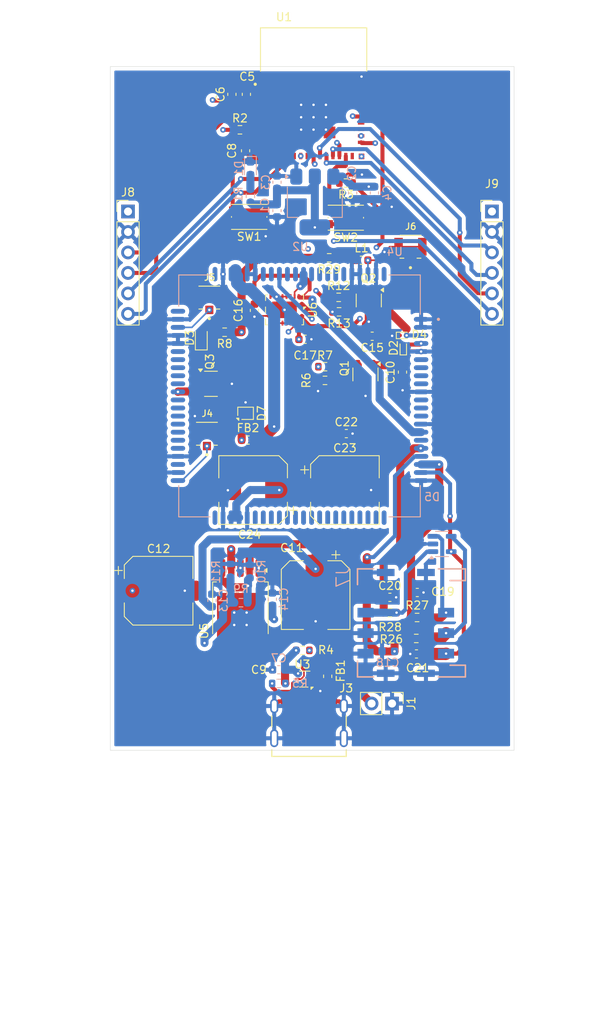
<source format=kicad_pcb>
(kicad_pcb (version 20241229) (generator "pcbnew") (generator_version "9.0")
  (layers (0 "F.Cu" signal) (4 "In1.Cu" power) (6 "In2.Cu" power) (2 "B.Cu" power) (13 "F.Paste" user) (15 "B.Paste" user) (5 "F.SilkS" user "F.Silkscreen") (7 "B.SilkS" user "B.Silkscreen") (1 "F.Mask" user) (3 "B.Mask" user) (25 "Edge.Cuts" user))
  (net 0 "")
  (net 1 "3V3")
  (net 2 "GND")
  (net 3 "/power/5V_VBUS")
  (net 4 "Net-(C7-Pad1)")
  (net 5 "/esp32c3/ESP_EN")
  (net 6 "D+")
  (net 7 "/sim7600/SIM_RESET")
  (net 8 "SIM_VBAT")
  (net 9 "/sim7600/PWR_KEY")
  (net 10 "/sim7600/VDD_1V8")
  (net 11 "/sim7600/USIM_RST")
  (net 12 "/sim7600/USIM_CLK")
  (net 13 "/sim7600/USIM_DATA")
  (net 14 "/sim7600/USIM_VDD")
  (net 15 "/sim7600/VBAT")
  (net 16 "Net-(D1-A)")
  (net 17 "Net-(D3-A)")
  (net 18 "Net-(D3-K)")
  (net 19 "Net-(J7-I{slash}O)")
  (net 20 "Net-(J7-CLK)")
  (net 21 "Net-(J7-RST)")
  (net 22 "Net-(J3-VBUS2)")
  (net 23 "/esp32c3/IO3")
  (net 24 "/esp32c3/IO2")
  (net 25 "/esp32c3/IO1")
  (net 26 "/esp32c3/IO0")
  (net 27 "/esp32c3/IO4")
  (net 28 "/esp32c3/IO7")
  (net 29 "/esp32c3/IO6")
  (net 30 "/esp32c3/IO5")
  (net 33 "Net-(J3-DP2)")
  (net 38 "Net-(J3-DN2)")
  (net 40 "/sim7600/MAIN_ANT")
  (net 41 "/sim7600/AUX_ANT")
  (net 42 "/sim7600/GNSS_ANT")
  (net 43 "Net-(L1-Pad2)")
  (net 44 "Net-(Q1-B)")
  (net 45 "Net-(Q2-B)")
  (net 46 "/sim7600/NETLIGHT")
  (net 47 "Net-(R3-Pad1)")
  (net 48 "D-")
  (net 49 "Net-(R5-Pad1)")
  (net 50 "ESP_SIM_RESET")
  (net 51 "Net-(U5-ADJ)")
  (net 52 "ESP_SIM_PWR")
  (net 53 "/esp32c3/ESP_BOOT")
  (net 55 "ESP_RX0")
  (net 60 "ESP_TX0")
  (net 109 "/sim7600/SIM_TX")
  (net 118 "/sim7600/SIM_RX")
  (footprint "Diode_SMD:D_SOD-923" (layer "F.Cu") (at 197.4875 66.555 90)
    (property "Reference" "D2")
    (property "Value" "ESD9B3.3ST5G")
  )
  (footprint "Capacitor_SMD:C_0603_1608Metric" (layer "F.Cu") (at 185.3 65.475)
    (property "Reference" "C17")
    (property "Value" "100nF")
  )
  (footprint "Inductor_SMD:L_0603_1608Metric" (layer "F.Cu") (at 188.1 107.2725 90)
    (property "Reference" "FB1")
    (property "Value" "FerriteBead")
  )
  (footprint "UFL connector:LINX_CONUFL001-SMD-T" (layer "F.Cu") (at 173.1 77.195)
    (property "Reference" "J4")
    (property "Value" "CONUFL001-SMD-T")
  )
  (footprint "Capacitor_SMD:C_0603_1608Metric" (layer "F.Cu") (at 190.4125 77.175)
    (property "Reference" "C22")
    (property "Value" "1uF")
  )
  (footprint "Package_TO_SOT_SMD:SOT-23-3" (layer "F.Cu") (at 192.7875 69.8375 -90)
    (property "Reference" "Q1")
    (property "Value" "NPN")
  )
  (footprint "Capacitor_SMD:CP_Elec_8x10" (layer "F.Cu") (at 167.1 96.66)
    (property "Reference" "C12")
    (property "Value" "330uF")
  )
  (footprint "Package_TO_SOT_SMD:SOT-23-3" (layer "F.Cu") (at 193.2 60.6625 -90)
    (property "Reference" "Q2")
    (property "Value" "NPN")
  )
  (footprint "Package_TO_SOT_SMD:SOT-886" (layer "F.Cu") (at 177.9 74.66 90)
    (property "Reference" "D7")
    (property "Value" "PESD3V3L4UF")
  )
  (footprint "Resistor_SMD:R_0603_1608Metric" (layer "F.Cu") (at 189.5125 62.075 180)
    (property "Reference" "R13")
    (property "Value" "47K")
  )
  (footprint "Capacitor_SMD:C_0603_1608Metric" (layer "F.Cu") (at 182.025 106.46 180)
    (property "Reference" "C9")
    (property "Value" "22uF")
  )
  (footprint "Resistor_SMD:R_0603_1608Metric" (layer "F.Cu") (at 189.4625 60.275)
    (property "Reference" "R12")
    (property "Value" "4K7")
  )
  (footprint "Capacitor_SMD:C_0603_1608Metric" (layer "F.Cu") (at 199.225 96.88)
    (property "Reference" "C19")
    (property "Value" "22pF")
  )
  (footprint "Capacitor_SMD:C_0603_1608Metric" (layer "F.Cu") (at 199.125 104.5)
    (property "Reference" "C21")
    (property "Value" "100nF")
  )
  (footprint "Resistor_SMD:R_0603_1608Metric" (layer "F.Cu") (at 195.825 99.38)
    (property "Reference" "R28")
    (property "Value" "22R")
  )
  (footprint "UFL connector:LINX_CONUFL001-SMD-T" (layer "F.Cu") (at 198.375 54)
    (property "Reference" "J6")
    (property "Value" "CONUFL001-SMD-T")
  )
  (footprint "Button_Switch_SMD:SW_Push_1P1T_NO_CK_KMR2" (layer "F.Cu") (at 178.35 50.3 180)
    (property "Reference" "SW1")
    (property "Value" "SW_Push")
  )
  (footprint "Resistor_SMD:R_0603_1608Metric" (layer "F.Cu") (at 175.3 64.6 180)
    (property "Reference" "R8")
    (property "Value" "1K")
  )
  (footprint "Capacitor_SMD:C_0603_1608Metric" (layer "F.Cu") (at 176.2 35.1 90)
    (property "Reference" "C6")
    (property "Value" "0.1uF")
  )
  (footprint "Capacitor_SMD:C_0603_1608Metric" (layer "F.Cu") (at 193.625 65.1 180)
    (property "Reference" "C15")
    (property "Value" "100nF")
  )
  (footprint "Resistor_SMD:R_0603_1608Metric" (layer "F.Cu") (at 199.1 102.58)
    (property "Reference" "R26")
    (property "Value" "22R")
  )
  (footprint "Resistor_SMD:R_0603_1608Metric" (layer "F.Cu") (at 185 104.06)
    (property "Reference" "R4")
    (property "Value" "0")
  )
  (footprint "Connector_PinHeader_2.54mm:PinHeader_1x06_P2.54mm_Vertical" (layer "F.Cu") (at 208.5 49.63)
    (property "Reference" "J9")
    (property "Value" "Conn_01x06_Pin")
  )
  (footprint "ESP32C3-MINI-1U-N4:XCVR_ESP32-C3-MINI-1-N4" (layer "F.Cu") (at 186.35 35.15)
    (property "Reference" "U1")
    (property "Value" "ESP32-C3-MINI-1-N4")
  )
  (footprint "UFL connector:LINX_CONUFL001-SMD-T" (layer "F.Cu") (at 173.4 60.3075)
    (property "Reference" "J5")
    (property "Value" "CONUFL001-SMD-T")
  )
  (footprint "Capacitor_SMD:C_0603_1608Metric" (layer "F.Cu") (at 177.9 42.1 -90)
    (property "Reference" "C8")
    (property "Value" "1uF")
  )
  (footprint "Resistor_SMD:R_0603_1608Metric" (layer "F.Cu") (at 187.7625 70.575 180)
    (property "Reference" "R6")
    (property "Value" "47K")
  )
  (footprint "Package_TO_SOT_SMD:TO-252-5_TabPin3" (layer "F.Cu") (at 177.26 98.88 -90)
    (property "Reference" "U5")
    (property "Value" "MIC29302AWD")
  )
  (footprint "Connector_PinHeader_2.54mm:PinHeader_1x02_P2.54mm_Vertical" (layer "F.Cu") (at 196.09 110.65 -90)
    (property "Reference" "J1")
    (property "Value" "Conn_01x02_Pin")
  )
  (footprint "Capacitor_SMD:CP_Elec_8x10" (layer "F.Cu") (at 190.2375 84.175)
    (property "Reference" "C23")
    (property "Value" "100uF")
  )
  (footprint "LED_SMD:LED_0603_1608Metric" (layer "F.Cu") (at 172.4 65.3125 90)
    (property "Reference" "D3")
    (property "Value" "LED")
  )
  (footprint "Package_TO_SOT_SMD:SOT-23-3" (layer "F.Cu") (at 173.6 71)
    (property "Reference" "Q3")
    (property "Value" "NPN")
  )
  (footprint "Resistor_SMD:R_0603_1608Metric" (layer "F.Cu") (at 199.2 99.98)
    (property "Reference" "R27")
    (property "Value" "22R")
  )
  (footprint "Capacitor_SMD:C_0603_1608Metric" (layer "F.Cu") (at 197.3875 69.55 -90)
    (property "Reference" "C10")
    (property "Value" "100nF")
  )
  (footprint "Inductor_SMD:L_0603_1608Metric" (layer "F.Cu") (at 192.3 55.675 180)
    (property "Reference" "L1")
    (property "Value" "47nH")
  )
  (footprint "USB_C:MOLEX_2171790001" (layer "F.Cu") (at 185.78 113.81)
    (property "Reference" "J3")
    (property "Value" "2171790001")
  )
  (footprint "Resistor_SMD:R_0603_1608Metric" (layer "F.Cu") (at 187.7625 68.875)
    (property "Reference" "R7")
    (property "Value" "4K7")
  )
  (footprint "Capacitor_SMD:C_0603_1608Metric" (layer "F.Cu") (at 179 61.9 -90)
    (property "Reference" "C16")
    (property "Value" "100nF")
  )
  (footprint "Capacitor_SMD:C_0603_1608Metric" (layer "F.Cu") (at 195.825 97.48)
    (property "Reference" "C20")
    (property "Value" "22pF")
  )
  (footprint "Capacitor_SMD:C_0603_1608Metric" (layer "F.Cu") (at 178 35.1 90)
    (property "Reference" "C5")
    (property "Value" "10uF")
  )
  (footprint "Resistor_SMD:R_0603_1608Metric" (layer "F.Cu") (at 177.2 39.5)
    (property "Reference" "R2")
    (property "Value" "10K")
  )
  (footprint "Capacitor_SMD:CP_Elec_8x10" (layer "F.Cu") (at 186.6 97.2025 -90)
    (property "Reference" "C11")
    (property "Value" "100uF")
  )
  (footprint "Package_TO_SOT_SMD:SOT-666" (layer "F.Cu") (at 185.25 107.6225 180)
    (property "Reference" "U3")
    (property "Value" "USBLC6-2P6")
  )
  (footprint "Resistor_SMD:R_0603_1608Metric" (layer "F.Cu") (at 188.2875 55.375 180)
    (property "Reference" "R29")
    (property "Value" "10R")
  )
  (footprint "Diode_SMD:D_SOD-923" (layer "F.Cu") (at 197.48 65)
    (property "Reference" "D4")
    (property "Value" "ESD9B3.3ST5G")
  )
  (footprint "Connector_PinHeader_2.54mm:PinHeader_1x06_P2.54mm_Vertical" (layer "F.Cu") (at 163.3 49.63)
    (property "Reference" "J8")
    (property "Value" "Conn_01x06_Pin")
  )
  (footprint "Button_Switch_SMD:SW_Push_1P1T_NO_CK_KMR2" (layer "F.Cu") (at 190.35 50.4 180)
    (property "Reference" "SW2")
    (property "Value" "SW_Push")
  )
  (footprint "Inductor_SMD:L_0603_1608Metric" (layer "F.Cu") (at 178.2 77.975 180)
    (property "Reference" "FB2")
    (property "Value" "BLM21PG300SN1D")
  )
  (footprint "Resistor_SMD:R_0603_1608Metric" (layer "F.Cu") (at 190.375 46.1 180)
    (property "Reference" "R3")
    (property "Value" "10K")
  )
  (footprint "Capacitor_SMD:CP_Elec_8x10" (layer "F.Cu") (at 178.8375 84.175 180)
    (property "Reference" "C24")
    (property "Value" "100uF")
  )
  (footprint "Package_DFN_QFN:Texas_RGY_R-PVQFN-N20_EP2.05x3.05mm" (layer "F.Cu") (at 182.7375 61.825 -90)
    (property "Reference" "U6")
    (property "Value" "TXB0108RGY")
  )
  (footprint "Resistor_SMD:R_0603_1608Metric" (layer "B.Cu") (at 182.025 108.16)
    (property "Reference" "R5")
    (property "Value" "0")
  )
  (footprint "Capacitor_SMD:C_0603_1608Metric" (layer "B.Cu") (at 181.22675 97.715 90)
    (property "Reference" "C14")
    (property "Value" "100nF")
  )
  (footprint "Capacitor_SMD:C_0603_1608Metric" (layer "B.Cu") (at 181.8 49.525 -90)
    (property "Reference" "C1")
    (property "Value" "22uF")
  )
  (footprint "Resistor_SMD:R_0603_1608Metric" (layer "B.Cu") (at 178.42675 94.265 90)
    (property "Reference" "R10")
    (property "Value" "47k")
  )
  (footprint "Capacitor_SMD:C_0603_1608Metric" (layer "B.Cu") (at 181.8 46 90)
    (property "Reference" "C3")
    (property "Value" "0.1uF")
  )
  (footprint "Package_TO_SOT_SMD:SOT-23-5" (layer "B.Cu") (at 202.3 90.8625)
    (property "Reference" "D5")
    (property "Value" "ESDA6V1SC5")
  )
  (footprint "Resistor_SMD:R_0603_1608Metric" (layer "B.Cu") (at 176.02675 94.165 90)
    (property "Reference" "R11")
    (property "Value" "470R")
  )
  (footprint "SIM7600E:XCVR_SIM7600E" (layer "B.Cu") (at 184.6 72.5 180)
    (property "Reference" "U4")
    (property "Value" "SIM7600E")
  )
  (footprint "Capacitor_SMD:C_0603_1608Metric" (layer "B.Cu") (at 182.025 106.46 180)
    (property "Reference" "C7")
    (property "Value" "22pF")
  )
  (footprint "SIM7050:GCT_SIM7050-6-0-00-X_REVC" (layer "B.Cu") (at 197.8 100.65 90)
    (property "Reference" "J7")
    (property "Value" "SIM7050-6-0-00-X_REVC")
  )
  (footprint "Capacitor_SMD:C_0603_1608Metric" (layer "B.Cu") (at 191.2 47.325 -90)
    (property "Reference" "C2")
    (property "Value" "22uF")
  )
  (footprint "Resistor_SMD:R_0603_1608Metric" (layer "B.Cu") (at 178.5 47.675 90)
    (property "Reference" "R1")
    (property "Value" "1k")
  )
  (footprint "Capacitor_SMD:C_0603_1608Metric" (layer "B.Cu") (at 173.72675 97.865 90)
    (property "Reference" "C13")
    (property "Value" "1uF")
  )
  (footprint "Capacitor_SMD:C_0603_1608Metric" (layer "B.Cu") (at 195.625 104.18 180)
    (property "Reference" "C18")
    (property "Value" "22pF")
  )
  (footprint "Package_TO_SOT_SMD:SOT-223-3_TabPin2" (layer "B.Cu") (at 186.5 48.45 -90)
    (property "Reference" "U2")
    (property "Value" "AMS1117-3.3")
  )
  (footprint "Capacitor_SMD:C_0603_1608Metric" (layer "B.Cu") (at 193.9 47.325 -90)
    (property "Reference" "C4")
    (property "Value" "0.1uF")
  )
  (footprint "Resistor_SMD:R_0603_1608Metric" (layer "B.Cu") (at 177.32675 98.14)
    (property "Reference" "R9")
    (property "Value" "100K")
  )
  (footprint "LED_SMD:LED_0603_1608Metric" (layer "B.Cu") (at 178.5 44.2875 -90)
    (property "Reference" "D1")
    (property "Value" "LED")
  )
  (gr_rect (start 161.1 31.65) (end 211.25 116.45) (stroke (width 0.05)) (fill no) (layer "Edge.Cuts"))
  (segment (start 179.125 35.875) (end 179.55 35.45) (width 0.5) (layer "F.Cu") (net 1))
  (segment (start 184.4875 64.1875) (end 184.5 64.2) (width 0.2) (layer "F.Cu") (net 1))
  (segment (start 176.2 35.875) (end 173.875 35.875) (width 0.5) (layer "F.Cu") (net 1))
  (segment (start 179.55 35.45) (end 180.45 35.45) (width 0.5) (layer "F.Cu") (net 1))
  (segment (start 184.525 64.225) (end 184.525 65.475) (width 0.5) (layer "F.Cu") (net 1))
  (segment (start 176.375 39.5) (end 175.1 39.5) (width 0.5) (layer "F.Cu") (net 1))
  (segment (start 184.5 64.2) (end 184.525 64.225) (width 0.5) (layer "F.Cu") (net 1))
  (segment (start 178 35.875) (end 179.125 35.875) (width 0.5) (layer "F.Cu") (net 1))
  (segment (start 176.2 35.875) (end 178 35.875) (width 0.5) (layer "F.Cu") (net 1))
  (segment (start 184.4875 63.475) (end 184.4875 64.1875) (width 0.2) (layer "F.Cu") (net 1))
  (segment (start 173.875 35.875) (end 173.8 35.8) (width 0.5) (layer "F.Cu") (net 1))
  (via (at 184.525 65.475) (size 0.7) (drill 0.3) (layers "F.Cu" "B.Cu") (net 1))
  (via (at 175.1 39.5) (size 0.7) (drill 0.3) (layers "F.Cu" "B.Cu") (net 1))
  (via (at 186.5 51.6) (size 0.7) (drill 0.3) (layers "F.Cu" "B.Cu") (net 1))
  (via (at 173.8 35.8) (size 0.7) (drill 0.3) (layers "F.Cu" "B.Cu") (net 1))
  (segment (start 185.799 47.001) (end 182.026 47.001) (width 1) (layer "B.Cu") (net 1))
  (segment (start 186.5 46.3) (end 185.799 47.001) (width 1) (layer "B.Cu") (net 1))
  (segment (start 182.026 47.001) (end 181.8 46.775) (width 1) (layer "B.Cu") (net 1))
  (segment (start 178.75 48.75) (end 178.5 48.5) (width 1) (layer "B.Cu") (net 1))
  (segment (start 181.8 48.75) (end 178.75 48.75) (width 1) (layer "B.Cu") (net 1))
  (segment (start 181.8 46.775) (end 181.8 48.75) (width 1) (layer "B.Cu") (net 1))
  (segment (start 186.5 45.3) (end 186.5 46.3) (width 1) (layer "B.Cu") (net 1))
  (segment (start 186.5 51.6) (end 186.5 45.3) (width 1) (layer "B.Cu") (net 1))
  (segment (start 187.18 108.302501) (end 187.18 109.1) (width 0.2) (layer "F.Cu") (net 2))
  (segment (start 177.9 75) (end 177.9 74.32) (width 0.2) (layer "F.Cu") (net 2))
  (segment (start 183.15 41.05) (end 184.375 39.825) (width 0.5) (layer "F.Cu") (net 2))
  (segment (start 180.4 33.8) (end 180.45 33.85) (width 0.5) (layer "F.Cu") (net 2))
  (segment (start 186.9375 71.8625) (end 186.9 71.9) (width 1) (layer "F.Cu") (net 2))
  (segment (start 190.35 32.95) (end 191.15 32.95) (width 0.5) (layer "F.Cu") (net 2))
  (segment (start 192.85 63.65) (end 193.2 63.3) (width 1) (layer "F.Cu") (net 2))
  (segment (start 188.75 32.95) (end 189.55 32.95) (width 0.5) (layer "F.Cu") (net 2))
  (segment (start 180.45 42.75) (end 180.4 42.8) (width 0.5) (layer "F.Cu") (net 2))
  (segment (start 180.4 42.8) (end 177.975 42.8) (width 1) (layer "F.Cu") (net 2))
  (segment (start 177.9 74.32) (end 177.9 73.3) (width 0.2) (layer "F.Cu") (net 2))
  (segment (start 176.3 51.1) (end 180.4 51.1) (width 0.5) (layer "F.Cu") (net 2))
  (segment (start 181.9875 63.475) (end 182.4875 63.475) (width 0.2) (layer "F.Cu") (net 2))
  (segment (start 195.8 54) (end 195.15 54.65) (width 0.2) (layer "F.Cu") (net 2))
  (segment (start 180.5875 62.575) (end 179.1 62.575) (width 0.2) (layer "F.Cu") (net 2))
  (segment (start 180.45 33.85) (end 180.45 34.65) (width 0.5) (layer "F.Cu") (net 2))
  (segment (start 185.55 32.95) (end 186.35 32.95) (width 0.5) (layer "F.Cu") (net 2))
  (segment (start 188.98 110.385) (end 189.525 110.385) (width 0.5) (layer "F.Cu") (net 2))
  (segment (start 187.95 32.95) (end 188.75 32.95) (width 0.5) (layer "F.Cu") (net 2))
  (segment (start 178.925 34.325) (end 179.25 34.65) (width 0.5) (layer "F.Cu") (net 2))
  (segment (start 177.975 42.8) (end 177.9 42.875) (width 1) (layer "F.Cu") (net 2))
  (segment (start 191.15 32.95) (end 192.25 32.95) (width 0.5) (layer "F.Cu") (net 2))
  (segment (start 183.15 32.95) (end 183.4 32.95) (width 0.5) (layer "F.Cu") (net 2))
  (segment (start 182.35 32.95) (end 183.4 32.95) (width 0.5) (layer "F.Cu") (net 2))
  (segment (start 184.75 32.95) (end 185.55 32.95) (width 0.5) (layer "F.Cu") (net 2))
  (segment (start 197.4875 66.975) (end 199.675 66.975) (width 0.5) (layer "F.Cu") (net 2))
  (segment (start 192.7875 72.4875) (end 192.8 72.5) (width 1) (layer "F.Cu") (net 2))
  (segment (start 180.4 32.9) (end 181.5 32.9) (width 0.5) (layer "F.Cu") (net 2))
  (segment (start 186.35 32.95) (end 187.15 32.95) (width 0.5) (layer "F.Cu") (net 2))
  (segment (start 190.6 45.05) (end 192.35 45.05) (width 0.5) (layer "F.Cu") (net 2))
  (segment (start 182.035 110.385) (end 181.46 110.96) (width 0.5) (layer "F.Cu") (net 2))
  (segment (start 183.15 42.75) (end 183.15 41.05) (width 0.5) (layer "F.Cu") (net 2))
  (segment (start 182.4875 60.175) (end 182.9875 60.175) (width 0.2) (layer "F.Cu") (net 2))
  (segment (start 175.1 60.0825) (end 175.1 57.4) (width 0.2) (layer "F.Cu") (net 2))
  (segment (start 199.85 54) (end 196.9 54) (width 0.2) (layer "F.Cu") (net 2))
  (segment (start 192.7875 70.975) (end 192.7875 72.4875) (width 1) (layer "F.Cu") (net 2))
  (segment (start 189.525 110.385) (end 190.1 110.96) (width 0.5) (layer "F.Cu") (net 2))
  (segment (start 176.2 34.325) (end 178 34.325) (width 0.5) (layer "F.Cu") (net 2))
  (segment (start 196.9 54) (end 195.8 54) (width 0.2) (layer "F.Cu") (net 2))
  (segment (start 180.9875 63.475) (end 181.4875 63.475) (width 0.2) (layer "F.Cu") (net 2))
  (segment (start 196.15 65) (end 196.1 65.05) (width 0.5) (layer "F.Cu") (net 2))
  (segment (start 189.55 46.1) (end 190.6 45.05) (width 0.5) (layer "F.Cu") (net 2))
  (segment (start 171.625 77.195) (end 171.625 75.025) (width 0.2) (layer "F.Cu") (net 2))
  (segment (start 180.4 32.9) (end 180.4 33.8) (width 0.5) (layer "F.Cu") (net 2))
  (segment (start 199.675 66.975) (end 199.7 67) (width 0.5) (layer "F.Cu") (net 2))
  (segment (start 181.55 32.95) (end 182.35 32.95) (width 0.5) (layer "F.Cu") (net 2))
  (segment (start 193.2 61.8) (end 193.2 63.3) (width 1) (layer "F.Cu") (net 2))
  (segment (start 192.85 65.1) (end 192.85 63.65) (width 1) (layer "F.Cu") (net 2))
  (segment (start 186.499999 107.6225) (end 187.18 108.302501) (width 0.2) (layer "F.Cu") (net 2))
  (segment (start 178 34.325) (end 178.925 34.325) (width 0.5) (layer "F.Cu") (net 2))
  (segment (start 174.7375 71) (end 176.2 71) (width 1) (layer "F.Cu") (net 2))
  (segment (start 179.25 34.65) (end 180.45 34.65) (width 0.5) (layer "F.Cu") (net 2))
  (segment (start 182.4875 60.175) (end 181.775 60.175) (width 0.2) (layer "F.Cu") (net 2))
  (segment (start 179.1 62.575) (end 179 62.675) (width 0.2) (layer "F.Cu") (net 2))
  (segment (start 181.775 60.175) (end 181.75 60.2) (width 0.2) (layer "F.Cu") (net 2))
  (segment (start 183.95 32.95) (end 184.75 32.95) (width 0.5) (layer "F.Cu") (net 2))
  (segment (start 197.3875 70.325) (end 197.3875 71.7875) (width 1) (layer "F.Cu") (net 2))
  (segment (start 189.55 32.95) (end 190.35 32.95) (width 0.5) (layer "F.Cu") (net 2))
  (segment (start 183.4 32.95) (end 183.95 32.95) (width 0.5) (layer "F.Cu") (net 2))
  (segment (start 174.575 77.195) (end 171.625 77.195) (width 0.2) (layer "F.Cu") (net 2))
  (segment (start 180.4 51.1) (end 180.4 52.7) (width 0.5) (layer "F.Cu") (net 2))
  (segment (start 180.9875 62.975) (end 180.5875 62.575) (width 0.2) (layer "F.Cu") (net 2))
  (segment (start 182.4875 63.475) (end 182.9875 63.475) (width 0.2) (layer "F.Cu") (net 2))
  (segment (start 197.06 65) (end 196.15 65) (width 0.5) (layer "F.Cu") (net 2))
  (segment (start 180.9875 63.475) (end 180.9875 62.975) (width 0.2) (layer "F.Cu") (net 2))
  (segment (start 180.9875 60.175) (end 181.4875 60.175) (width 0.2) (layer "F.Cu") (net 2))
  (segment (start 181.5 32.9) (end 181.55 32.95) (width 0.5) (layer "F.Cu") (net 2))
  (segment (start 180.45 41.85) (end 180.45 42.75) (width 0.5) (layer "F.Cu") (net 2))
  (segment (start 186.9375 70.575) (end 186.9375 71.8625) (width 1) (layer "F.Cu") (net 2))
  (segment (start 174.875 60.3075) (end 171.925 60.3075) (width 0.2) (layer "F.Cu") (net 2))
  (segment (start 182.9875 63.475) (end 183.4875 63.475) (width 0.2) (layer "F.Cu") (net 2))
  (segment (start 192.25 32.95) (end 192.3 32.9) (width 0.5) (layer "F.Cu") (net 2))
  (segment (start 174.875 60.3075) (end 175.1 60.0825) (width 0.2) (layer "F.Cu") (net 2))
  (segment (start 186.175 107.6225) (end 186.499999 107.6225) (width 0.2) (layer "F.Cu") (net 2))
  (segment (start 182.9875 60.175) (end 183.4875 60.175) (width 0.2) (layer "F.Cu") (net 2))
  (segment (start 197.3875 71.7875) (end 197.4 71.8) (width 1) (layer "F.Cu") (net 2))
  (segment (start 181.4875 63.475) (end 181.9875 63.475) (width 0.2) (layer "F.Cu") (net 2))
  (segment (start 171.625 75.025) (end 171.6 75) (width 0.2) (layer "F.Cu") (net 2))
  (segment (start 182.58 110.385) (end 182.035 110.385) (width 0.5) (layer "F.Cu") (net 2))
  (segment (start 187.15 32.95) (end 187.95 32.95) (width 0.5) (layer "F.Cu") (net 2))
  (via (at 191.1875 77.175) (size 0.7) (drill 0.3) (layers "F.Cu" "B.Cu") (net 2))
  (via (at 187.88 37.94) (size 0.7) (drill 0.3) (layers "F.Cu" "B.Cu") (net 2))
  (via (at 193.2 63.3) (size 0.7) (drill 0.3) (layers "F.Cu" "B.Cu") (net 2))
  (via (at 177.26 93.84) (size 0.7) (drill 0.3) (layers "F.Cu" "B.Cu") (net 2))
  (via (at 192.8 72.5) (size 0.7) (drill 0.3) (layers "F.Cu" "B.Cu") (net 2))
  (via (at 171.6 75) (size 0.7) (drill 0.3) (layers "F.Cu" "B.Cu") (net 2))
  (via (at 179 62.675) (size 0.7) (drill 0.3) (layers "F.Cu" "B.Cu") (net 2))
  (via (at 177.9 73.3) (size 0.7) (drill 0.3) (layers "F.Cu" "B.Cu") (net 2))
  (via (at 192.3 32.9) (size 0.7) (drill 0.3) (layers "F.Cu" "B.Cu") (net 2))
  (via (at 186.34 39.48) (size 0.7) (drill 0.3) (layers "F.Cu" "B.Cu") (net 2))
  (via (at 186.34 36.4) (size 0.7) (drill 0.3) (layers "F.Cu" "B.Cu") (net 2))
  (via (at 175.1 57.4) (size 0.7) (drill 0.3) (layers "F.Cu" "B.Cu") (net 2))
  (via (at 188.6875 62.075) (size 0.7) (drill 0.3) (layers "F.Cu" "B.Cu") (net 2))
  (via (at 187.88 39.48) (size 0.7) (drill 0.3) (layers "F.Cu" "B.Cu") (net 2))
  (via (at 180.4 52.7) (size 0.7) (drill 0.3) (layers "F.Cu" "B.Cu") (net 2))
  (via (at 197.4 71.8) (size 0.7) (drill 0.3) (layers "F.Cu" "B.Cu") (net 2))
  (via (at 196.1 65.05) (size 0.7) (drill 0.3) (layers "F.Cu" "B.Cu") (net 2))
  (via (at 182.7375 61.825) (size 0.7) (drill 0.3) (layers "F.Cu" "B.Cu") (net 2))
  (via (at 187.88 36.4) (size 0.7) (drill 0.3) (layers "F.Cu" "B.Cu") (net 2))
  (via (at 186.6 100.4525) (size 0.7) (drill 0.3) (layers "F.Cu" "B.Cu") (net 2))
  (via (at 181.25 106.46) (size 0.7) (drill 0.3) (layers "F.Cu" "B.Cu") (net 2))
  (via (at 176.49 99.37) (size 0.7) (drill 0.3) (layers "F.Cu" "B.Cu") (net 2))
  (via (at 184.8 37.94) (size 0.7) (drill 0.3) (layers "F.Cu" "B.Cu") (net 2))
  (via (at 195.15 54.65) (size 0.7) (drill 0.3) (layers "F.Cu" "B.Cu") (net 2))
  (via (at 181.75 60.2) (size 0.7) (drill 0.3) (layers "F.Cu" "B.Cu") (net 2))
  (via (at 187.18 109.1) (size 0.7) (drill 0.3) (layers "F.Cu" "B.Cu") (net 2))
  (via (at 184.8 39.48) (size 0.7) (drill 0.3) (layers "F.Cu" "B.Cu") (net 2))
  (via (at 193.4875 84.175) (size 0.7) (drill 0.3) (layers "F.Cu" "B.Cu") (net 2))
  (via (at 179.54 93.84) (size 0.7) (drill 0.3) (layers "F.Cu" "B.Cu") (net 2))
  (via (at 175.7 84.2) (size 0.7) (drill 0.3) (layers "F.Cu" "B.Cu") (net 2))
  (via (at 184.8 36.4) (size 0.7) (drill 0.3) (layers "F.Cu" "B.Cu") (net 2))
  (via (at 176.2 71) (size 0.7) (drill 0.3) (layers "F.Cu" "B.Cu") (net 2))
  (via (at 178.03 99.37) (size 0.7) (drill 0.3) (layers "F.Cu" "B.Cu") (net 2))
  (via (at 200 96.88) (size 0.7) (drill 0.3) (layers "F.Cu" "B.Cu") (net 2))
  (via (at 196.05 49.05) (size 0.7) (drill 0.3) (layers "F.Cu" "B.Cu") (net 2))
  (via (at 186.9 71.9) (size 0.7) (drill 0.3) (layers "F.Cu" "B.Cu") (net 2))
  (via (at 186.34 37.94) (size 0.7) (drill 0.3) (layers "F.Cu" "B.Cu") (net 2))
  (via (at 177.9 42.875) (size 0.7) (drill 0.3) (layers "F.Cu" "B.Cu") (net 2))
  (via (at 176.49 100.91) (size 0.7) (drill 0.3) (layers "F.Cu" "B.Cu") (net 2))
  (via (at 192.3 42.8) (size 0.7) (drill 0.3) (layers "F.Cu" "B.Cu") (net 2))
  (via (at 170.35 96.66) (size 0.7) (drill 0.3) (layers "F.Cu" "B.Cu") (net 2))
  (via (at 198.35 104.5) (size 0.7) (drill 0.3) (layers "F.Cu" "B.Cu") (net 2))
  (via (at 196.6 97.48) (size 0.7) (drill 0.3) (layers "F.Cu" "B.Cu") (net 2))
  (via (at 178.03 100.91) (size 0.7) (drill 0.3) (layers "F.Cu" "B.Cu") (net 2))
  (via (at 192.35 45.05) (size 0.7) (drill 0.3) (layers "F.Cu" "B.Cu") (net 2))
  (via (at 199.7 67) (size 0.7) (drill 0.3) (layers "F.Cu" "B.Cu") (net 2))
  (via (at 186.075 65.475) (size 0.7) (drill 0.3) (layers "F.Cu" "B.Cu") (net 2))
  (segment (start 195.1 48.1) (end 196.05 49.05) (width 1) (layer "B.Cu") (net 2))
  (segment (start 193.9 48.1) (end 195.1 48.1) (width 1) (layer "B.Cu") (net 2))
  (segment (start 191.2 48.1) (end 193.9 48.1) (width 1) (layer "B.Cu") (net 2))
  (segment (start 188.1 106.485) (end 189.385 106.485) (width 1) (layer "F.Cu") (net 3))
  (segment (start 185.9 90.9) (end 186.65 91.65) (width 1) (layer "F.Cu") (net 3))
  (segment (start 187.765 106.15) (end 188.1 106.485) (width 1) (layer "F.Cu") (net 3))
  (segment (start 178.4 93.84) (end 178.4 91.9) (width 1) (layer "F.Cu") (net 3))
  (segment (start 185.15 106.25) (end 185.25 106.15) (width 0.2) (layer "F.Cu") (net 3))
  (segment (start 190.1 104.485) (end 190.1 97.4525) (width 1.5) (layer "F.Cu") (net 3))
  (segment (start 184.7775 107.6225) (end 185.15 107.25) (width 0.2) (layer "F.Cu") (net 3))
  (segment (start 188.1 106.485) (end 190.1 104.485) (width 1.5) (layer "F.Cu") (net 3))
  (segment (start 190.1 97.4525) (end 186.6 93.9525) (width 1.5) (layer "F.Cu") (net 3))
  (segment (start 186.6 91.7) (end 186.6 93.9525) (width 1) (layer "F.Cu") (net 3))
  (segment (start 189.385 106.485) (end 193.55 110.65) (width 1) (layer "F.Cu") (net 3))
  (segment (start 184.325 107.6225) (end 184.7775 107.6225) (width 0.2) (layer "F.Cu") (net 3))
  (segment (start 178.4 91.9) (end 179.4 90.9) (width 1) (layer "F.Cu") (net 3))
  (segment (start 179.4 90.9) (end 185.9 90.9) (width 1) (layer "F.Cu") (net 3))
  (segment (start 185.25 106.15) (end 187.765 106.15) (width 1) (layer "F.Cu") (net 3))
  (segment (start 186.65 91.65) (end 186.6 91.7) (width 1) (layer "F.Cu") (net 3))
  (segment (start 185.15 107.25) (end 185.15 106.25) (width 0.2) (layer "F.Cu") (net 3))
  (via (at 186.6 93.9525) (size 0.7) (drill 0.3) (layers "F.Cu" "B.Cu") (net 3))
  (via (at 193.2 46.55) (size 0.7) (drill 0.3) (layers "F.Cu" "B.Cu") (net 3))
  (segment (start 189.95 45.3) (end 191.2 46.55) (width 1) (layer "B.Cu") (net 3))
  (segment (start 191.2 46.55) (end 193.9 46.55) (width 1) (layer "B.Cu") (net 3))
  (segment (start 172.55075 91.19925) (end 173.45 90.3) (width 1) (layer "B.Cu") (net 3))
  (segment (start 173.485954 98.64) (end 172.55075 97.704796) (width 1) (layer "B.Cu") (net 3))
  (segment (start 173.45 90.3) (end 182.9475 90.3) (width 1) (layer "B.Cu") (net 3))
  (segment (start 188.8 45.3) (end 189.95 45.3) (width 1) (layer "B.Cu") (net 3))
  (segment (start 172.55075 97.704796) (end 172.55075 91.19925) (width 1) (layer "B.Cu") (net 3))
  (segment (start 173.72675 98.64) (end 173.485954 98.64) (width 1) (layer "B.Cu") (net 3))
  (segment (start 182.9475 90.3) (end 186.6 93.9525) (width 1) (layer "B.Cu") (net 3))
  (via (at 184.426146 106.9225) (size 0.7) (drill 0.3) (layers "F.Cu" "B.Cu") (net 4))
  (via (at 184.175 104.06) (size 0.7) (drill 0.3) (layers "F.Cu" "B.Cu") (net 4))
  (segment (start 182.8 105.435) (end 184.175 104.06) (width 1) (layer "B.Cu") (net 4))
  (segment (start 182.8 106.46) (end 182.8 105.435) (width 1) (layer "B.Cu") (net 4))
  (segment (start 183.963646 106.46) (end 184.426146 106.9225) (width 1) (layer "B.Cu") (net 4))
  (segment (start 182.8 106.46) (end 183.963646 106.46) (width 1) (layer "B.Cu") (net 4))
  (segment (start 178.025 39.5) (end 180.4 39.5) (width 0.5) (layer "F.Cu") (net 5))
  (segment (start 176.3 49.5) (end 180.4 49.5) (width 0.5) (layer "F.Cu") (net 5))
  (segment (start 177.9 41.325) (end 176.3 42.925) (width 0.5) (layer "F.Cu") (net 5))
  (segment (start 176.3 42.925) (end 176.3 49.5) (width 0.5) (layer "F.Cu") (net 5))
  (segment (start 178.025 39.5) (end 178.025 41.2) (width 0.5) (layer "F.Cu") (net 5))
  (segment (start 178.025 41.2) (end 177.9 41.325) (width 0.5) (layer "F.Cu") (net 5))
  (segment (start 180.4 39.5) (end 180.45 39.45) (width 0.5) (layer "F.Cu") (net 5))
  (segment (start 182.8 106.46) (end 182.8 108.11) (width 1) (layer "F.Cu") (net 6))
  (segment (start 182.8 108.11) (end 182.85 108.16) (width 1) (layer "F.Cu") (net 6))
  (via (at 182.85 108.16) (size 0.7) (drill 0.3) (layers "F.Cu" "B.Cu") (net 6))
  (via (at 192.25 40.25) (size 0.7) (drill 0.3) (layers "F.Cu" "B.Cu") (net 6))
  (segment (start 197.3125 68.7) (end 197.3875 68.775) (width 1) (layer "F.Cu") (net 7))
  (segment (start 195.9 67.8) (end 196.875 68.775) (width 0.5) (layer "F.Cu") (net 7))
  (segment (start 197.4875 66.135) (end 199.565 66.135) (width 0.5) (layer "F.Cu") (net 7))
  (segment (start 197.4875 66.135) (end 196.465 66.135) (width 0.5) (layer "F.Cu") (net 7))
  (segment (start 196.875 68.775) (end 197.3875 68.775) (width 0.5) (layer "F.Cu") (net 7))
  (segment (start 199.565 66.135) (end 199.7 66) (width 0.5) (layer "F.Cu") (net 7))
  (segment (start 196.465 66.135) (end 195.9 66.7) (width 0.5) (layer "F.Cu") (net 7))
  (segment (start 193.7375 68.7) (end 197.3125 68.7) (width 1) (layer "F.Cu") (net 7))
  (segment (start 195.9 66.7) (end 195.9 67.8) (width 0.5) (layer "F.Cu") (net 7))
  (via (at 199.7 66) (size 0.7) (drill 0.3) (layers "F.Cu" "B.Cu") (net 7))
  (segment (start 177.4 57.45) (end 177.4 64.6) (width 1) (layer "F.Cu") (net 8))
  (segment (start 176.12 93.84) (end 176.12 91.52) (width 1) (layer "F.Cu") (net 8))
  (segment (start 187.4625 55.375) (end 179.475 55.375) (width 1) (layer "F.Cu") (net 8))
  (segment (start 176.125 64.6) (end 177.4 64.6) (width 1) (layer "F.Cu") (net 8))
  (segment (start 177.4125 75.9125) (end 177.4 75.9) (width 1) (layer "F.Cu") (net 8))
  (segment (start 177.4 75.9) (end 177.314 75.814) (width 0.5) (layer "F.Cu") (net 8))
  (segment (start 177.314 75.814) (end 177.314 75) (width 0.5) (layer "F.Cu") (net 8))
  (segment (start 179.475 55.375) (end 177.4 57.45) (width 1) (layer "F.Cu") (net 8))
  (segment (start 176.12 91.52) (end 176.1 91.5) (width 1) (layer "F.Cu") (net 8))
  (segment (start 177.4125 77.975) (end 177.4125 75.9125) (width 1) (layer "F.Cu") (net 8))
  (via (at 177.4125 77.975) (size 0.7) (drill 0.3) (layers "F.Cu" "B.Cu") (net 8))
  (via (at 163.85 96.66) (size 0.7) (drill 0.3) (layers "F.Cu" "B.Cu") (net 8))
  (via (at 177.4 64.6) (size 0.7) (drill 0.3) (layers "F.Cu" "B.Cu") (net 8))
  (via (at 176.1 91.5) (size 0.7) (drill 0.3) (layers "F.Cu" "B.Cu") (net 8))
  (via (at 172.8 103.15) (size 0.7) (drill 0.3) (layers "F.Cu" "B.Cu") (net 8))
  (via (at 181.45 100.2) (size 0.7) (drill 0.3) (layers "F.Cu" "B.Cu") (net 8))
  (segment (start 181.22675 98.49) (end 181.22675 99.97675) (width 1) (layer "B.Cu") (net 8))
  (segment (start 176.02675 97.665) (end 176.50175 98.14) (width 1) (layer "B.Cu") (net 8))
  (segment (start 175.1 98.75) (end 175.1 100.25) (width 1) (layer "B.Cu") (net 8))
  (segment (start 176.50175 98.14) (end 175.71 98.14) (width 1) (layer "B.Cu") (net 8))
  (segment (start 172.8 102.55) (end 172.8 103.15) (width 1) (layer "B.Cu") (net 8))
  (segment (start 181.22675 99.97675) (end 181.45 100.2) (width 1) (layer "B.Cu") (net 8))
  (segment (start 175.1 100.25) (end 172.8 102.55) (width 1) (layer "B.Cu") (net 8))
  (segment (start 176.02675 94.99) (end 176.02675 97.665) (width 1) (layer "B.Cu") (net 8))
  (segment (start 175.45 98.4) (end 175.1 98.75) (width 1) (layer "B.Cu") (net 8))
  (segment (start 175.71 98.14) (end 175.45 98.4) (width 1) (layer "B.Cu") (net 8))
  (segment (start 197.9 65) (end 197.9 64.2) (width 0.5) (layer "F.Cu") (net 9))
  (segment (start 194.4 65.1) (end 194.4 59.775) (width 1) (layer "F.Cu") (net 9))
  (segment (start 194.4 59.775) (end 194.15 59.525) (width 1) (layer "F.Cu") (net 9))
  (segment (start 194.15 60.45) (end 194.15 59.525) (width 1) (layer "F.Cu") (net 9))
  (segment (start 197.9 64.2) (end 194.15 60.45) (width 1) (layer "F.Cu") (net 9))
  (via (at 197.9 65) (size 0.7) (drill 0.3) (layers "F.Cu" "B.Cu") (net 9))
  (segment (start 199.7 65) (end 197.9 65) (width 0.5) (layer "B.Cu") (net 9))
  (segment (start 179.05 61.075) (end 179 61.125) (width 0.2) (layer "F.Cu") (net 10))
  (segment (start 186.2 60.55) (end 185.95 60.3) (width 0.5) (layer "F.Cu") (net 10))
  (segment (start 184.975 60.175) (end 185.85 59.3) (width 0.2) (layer "F.Cu") (net 10))
  (segment (start 185.85 59.3) (end 185.85 58.35) (width 0.5) (layer "F.Cu") (net 10))
  (segment (start 179.75 57.6) (end 179 58.35) (width 0.5) (layer "F.Cu") (net 10))
  (segment (start 179 58.35) (end 179 61.125) (width 0.5) (layer "F.Cu") (net 10))
  (segment (start 185.1 57.6) (end 179.75 57.6) (width 0.5) (layer "F.Cu") (net 10))
  (segment (start 180.5875 61.075) (end 179.05 61.075) (width 0.2) (layer "F.Cu") (net 10))
  (segment (start 185.95 60.3) (end 184.6125 60.3) (width 0.5) (layer "F.Cu") (net 10))
  (segment (start 185.85 58.35) (end 185.1 57.6) (width 0.5) (layer "F.Cu") (net 10))
  (segment (start 184.6125 60.3) (end 184.5585 60.246) (width 0.5) (layer "F.Cu") (net 10))
  (segment (start 184.5585 60.246) (end 184.5585 60.175) (width 0.5) (layer "F.Cu") (net 10))
  (segment (start 184.4875 60.175) (end 184.975 60.175) (width 0.2) (layer "F.Cu") (net 10))
  (via (at 186.2 60.55) (size 0.7) (drill 0.3) (layers "F.Cu" "B.Cu") (net 10))
  (segment (start 194.55 69.65) (end 186.2 61.3) (width 1) (layer "B.Cu") (net 10))
  (segment (start 186.2 61.3) (end 186.2 60.55) (width 1) (layer "B.Cu") (net 10))
  (segment (start 198.65 77) (end 194.55 72.9) (width 1) (layer "B.Cu") (net 10))
  (segment (start 199.7 77) (end 198.65 77) (width 1) (layer "B.Cu") (net 10))
  (segment (start 194.55 72.9) (end 194.55 69.65) (width 1) (layer "B.Cu") (net 10))
  (segment (start 192.95 102.95) (end 192.95 92.55) (width 1) (layer "F.Cu") (net 11))
  (segment (start 198.275 102.58) (end 196.87 102.58) (width 1) (layer "F.Cu") (net 11))
  (segment (start 193.05 103.05) (end 192.95 102.95) (width 1) (layer "F.Cu") (net 11))
  (segment (start 194.18 104.18) (end 193.05 103.05) (width 1) (layer "F.Cu") (net 11))
  (segment (start 192.95 92.55) (end 193 92.5) (width 1) (layer "F.Cu") (net 11))
  (segment (start 196.4 103.05) (end 196.4 104.18) (width 1) (layer "F.Cu") (net 11))
  (segment (start 196.4 104.18) (end 194.18 104.18) (width 1) (layer "F.Cu") (net 11))
  (segment (start 196.87 102.58) (end 196.4 103.05) (width 1) (layer "F.Cu") (net 11))
  (via (at 196.4 104.18) (size 0.7) (drill 0.3) (layers "F.Cu" "B.Cu") (net 11))
  (via (at 193 92.5) (size 0.7) (drill 0.3) (layers "F.Cu" "B.Cu") (net 11))
  (segment (start 196.45 82.45) (end 196.45 89.85) (width 0.5) (layer "B.Cu") (net 11))
  (segment (start 193.8 92.5) (end 193 92.5) (width 0.5) (layer "B.Cu") (net 11))
  (segment (start 198.9 80) (end 196.45 82.45) (width 0.5) (layer "B.Cu") (net 11))
  (segment (start 196.45 89.85) (end 193.8 92.5) (width 0.5) (layer "B.Cu") (net 11))
  (segment (start 199.7 80) (end 198.9 80) (width 0.5) (layer "B.Cu") (net 11))
  (segment (start 198.45 90.95) (end 198.45 96.88) (width 1) (layer "F.Cu") (net 12))
  (segment (start 198.45 96.88) (end 198.45 99.905) (width 1) (layer "F.Cu") (net 12))
  (segment (start 198.45 99.905) (end 198.375 99.98) (width 1) (layer "F.Cu") (net 12))
  (segment (start 201.95 87.45) (end 198.45 90.95) (width 1) (layer "F.Cu") (net 12))
  (segment (start 201.95 81) (end 201.95 87.45) (width 1) (layer "F.Cu") (net 12))
  (via (at 201.95 81) (size 0.7) (drill 0.3) (layers "F.Cu" "B.Cu") (net 12))
  (segment (start 199.7 81) (end 201.95 81) (width 1) (layer "B.Cu") (net 12))
  (segment (start 197.1 91.05) (end 195.05 93.1) (width 1) (layer "F.Cu") (net 13))
  (segment (start 198.8 79) (end 197.1 80.7) (width 1) (layer "F.Cu") (net 13))
  (segment (start 197.1 80.7) (end 197.1 91.05) (width 1) (layer "F.Cu") (net 13))
  (segment (start 195.05 93.1) (end 195.05 97.48) (width 1) (layer "F.Cu") (net 13))
  (segment (start 199.65 79) (end 198.8 79) (width 1) (layer "F.Cu") (net 13))
  (segment (start 195.05 99.33) (end 195 99.38) (width 1) (layer "F.Cu") (net 13))
  (segment (start 195.05 97.48) (end 195.05 99.33) (width 1) (layer "F.Cu") (net 13))
  (via (at 199.65 79) (size 0.7) (drill 0.3) (layers "F.Cu" "B.Cu") (net 13))
  (segment (start 199.7 79) (end 199.65 79) (width 1) (layer "B.Cu") (net 13))
  (segment (start 203.3 87.35) (end 203.3 87.4) (width 0.5) (layer "F.Cu") (net 14))
  (segment (start 205 103.65) (end 204.19 104.46) (width 0.5) (layer "F.Cu") (net 14))
  (segment (start 205 93.375) (end 205 103.65) (width 0.5) (layer "F.Cu") (net 14))
  (segment (start 204.19 104.46) (end 202.8 104.46) (width 0.5) (layer "F.Cu") (net 14))
  (segment (start 199.9 104.5) (end 202.76 104.5) (width 1.5) (layer "F.Cu") (net 14))
  (segment (start 203.3 87.4) (end 203.3 91.675) (width 0.5) (layer "F.Cu") (net 14))
  (segment (start 202.76 104.5) (end 202.8 104.46) (width 1.5) (layer "F.Cu") (net 14))
  (segment (start 203.3 91.675) (end 203.4375 91.8125) (width 0.5) (layer "F.Cu") (net 14))
  (segment (start 203.4375 91.8125) (end 205 93.375) (width 0.5) (layer "F.Cu") (net 14))
  (via (at 203.3 87.4) (size 0.7) (drill 0.3) (layers "F.Cu" "B.Cu") (net 14))
  (via (at 203.4375 91.8125) (size 0.7) (drill 0.3) (layers "F.Cu" "B.Cu") (net 14))
  (via (at 202.8 104.46) (size 0.7) (drill 0.3) (layers "F.Cu" "B.Cu") (net 14))
  (segment (start 199.7 82) (end 201.9 82) (width 0.5) (layer "B.Cu") (net 14))
  (segment (start 202.35 82.45) (end 203.3 83.4) (width 0.5) (layer "B.Cu") (net 14))
  (segment (start 203.3 83.4) (end 203.3 87.35) (width 0.5) (layer "B.Cu") (net 14))
  (segment (start 201.9 82) (end 202.35 82.45) (width 0.5) (layer "B.Cu") (net 14))
  (segment (start 189.6375 77.175) (end 189.6375 81.525) (width 1.5) (layer "F.Cu") (net 15))
  (segment (start 178.9875 77.975) (end 179.775 77.975) (width 1.5) (layer "F.Cu") (net 15))
  (segment (start 182.0875 79.9125) (end 182.0875 84.175) (width 1.5) (layer "F.Cu") (net 15))
  (segment (start 178.9875 77.975) (end 180.175 77.975) (width 1.5) (layer "F.Cu") (net 15))
  (segment (start 180.175 77.975) (end 182.1 79.9) (width 1.5) (layer "F.Cu") (net 15))
  (segment (start 179.775 77.975) (end 181.45 76.3) (width 1.5) (layer "F.Cu") (net 15))
  (segment (start 182.1 79.9) (end 182.0875 79.9125) (width 1.5) (layer "F.Cu") (net 15))
  (segment (start 182.0875 84.175) (end 186.9875 84.175) (width 1.5) (layer "F.Cu") (net 15))
  (segment (start 189.6375 81.525) (end 186.9875 84.175) (width 1.5) (layer "F.Cu") (net 15))
  (via (at 182.0875 84.175) (size 0.7) (drill 0.3) (layers "F.Cu" "B.Cu") (net 15))
  (via (at 181.45 76.3) (size 0.7) (drill 0.3) (layers "F.Cu" "B.Cu") (net 15))
  (segment (start 176.75 87.25) (end 176.75 85.9) (width 1) (layer "B.Cu") (net 15))
  (segment (start 177.1 87.6) (end 176.75 87.25) (width 1) (layer "B.Cu") (net 15))
  (segment (start 176.849 58.518181) (end 176.849 57.649) (width 1.5) (layer "B.Cu") (net 15))
  (segment (start 176.1 87.6) (end 177.1 87.6) (width 1) (layer "B.Cu") (net 15))
  (segment (start 178.475 84.175) (end 182.0875 84.175) (width 1) (layer "B.Cu") (net 15))
  (segment (start 176.65 57.45) (end 176.65 56.9) (width 1.5) (layer "B.Cu") (net 15))
  (segment (start 176.75 85.9) (end 178.475 84.175) (width 1) (layer "B.Cu") (net 15))
  (segment (start 176.849 57.649) (end 176.65 57.45) (width 1.5) (layer "B.Cu") (net 15))
  (segment (start 181.45 76.3) (end 181.45 62.25) (width 1.5) (layer "B.Cu") (net 15))
  (segment (start 177.581819 59.251) (end 176.849 58.518181) (width 1.5) (layer "B.Cu") (net 15))
  (segment (start 178.451 59.251) (end 177.581819 59.251) (width 1.5) (layer "B.Cu") (net 15))
  (segment (start 181.45 62.25) (end 178.451 59.251) (width 1.5) (layer "B.Cu") (net 15))
  (segment (start 178.5 46.85) (end 178.5 45.075) (width 1) (layer "B.Cu") (net 16))
  (segment (start 174.4 64.525) (end 174.475 64.6) (width 1) (layer "F.Cu") (net 17))
  (segment (start 172.4 64.525) (end 174.4 64.525) (width 1) (layer "F.Cu") (net 17))
  (segment (start 172.4625 70.05) (end 172.4625 66.1625) (width 1) (layer "F.Cu") (net 18))
  (segment (start 172.4625 66.1625) (end 172.4 66.1) (width 1) (layer "F.Cu") (net 18))
  (via (at 196.65 99.38) (size 0.7) (drill 0.3) (layers "F.Cu" "B.Cu") (net 19))
  (segment (start 197.8 98.95) (end 197.35 99.4) (width 0.5) (layer "B.Cu") (net 19))
  (segment (start 197.8 94.448) (end 197.8 98.95) (width 0.5) (layer "B.Cu") (net 19))
  (segment (start 201.1625 91.8125) (end 200.4355 91.8125) (width 0.5) (layer "B.Cu") (net 19))
  (segment (start 192.8 99.38) (end 196.65 99.38) (width 1) (layer "B.Cu") (net 19))
  (segment (start 200.4355 91.8125) (end 197.8 94.448) (width 0.5) (layer "B.Cu") (net 19))
  (segment (start 197.35 99.4) (end 197.33 99.38) (width 0.5) (layer "B.Cu") (net 19))
  (segment (start 197.33 99.38) (end 196.65 99.38) (width 0.5) (layer "B.Cu") (net 19))
  (segment (start 200.025 99.98) (end 202.2 99.98) (width 1) (layer "F.Cu") (net 20))
  (segment (start 202.2 99.98) (end 202.8 99.38) (width 1) (layer "F.Cu") (net 20))
  (via (at 202.8 99.38) (size 0.7) (drill 0.3) (layers "F.Cu" "B.Cu") (net 20))
  (segment (start 201.8625 89.9125) (end 202.324 90.374) (width 0.5) (layer "B.Cu") (net 20))
  (segment (start 202.324 90.374) (end 202.324 98.904) (width 0.5) (layer "B.Cu") (net 20))
  (segment (start 201.1625 89.9125) (end 201.8625 89.9125) (width 0.5) (layer "B.Cu") (net 20))
  (segment (start 202.324 98.904) (end 202.8 99.38) (width 0.5) (layer "B.Cu") (net 20))
  (segment (start 202.14 102.58) (end 202.8 101.92) (width 1.5) (layer "F.Cu") (net 21))
  (segment (start 199.925 102.58) (end 202.14 102.58) (width 1.5) (layer "F.Cu") (net 21))
  (via (at 202.8 101.92) (size 0.7) (drill 0.3) (layers "F.Cu" "B.Cu") (net 21))
  (segment (start 205.15 100.6) (end 203.83 101.92) (width 0.5) (layer "B.Cu") (net 21))
  (segment (start 203.83 101.92) (end 202.8 101.92) (width 0.5) (layer "B.Cu") (net 21))
  (segment (start 205.15 91.625) (end 205.15 100.6) (width 0.5) (layer "B.Cu") (net 21))
  (segment (start 203.4375 89.9125) (end 205.15 91.625) (width 0.5) (layer "B.Cu") (net 21))
  (segment (start 188.1 108.06) (end 188.18 108.14) (width 0.5) (layer "F.Cu") (net 22))
  (segment (start 188.18 108.14) (end 188.18 110.385) (width 0.5) (layer "F.Cu") (net 22))
  (segment (start 175.617214 37.85) (end 166.8 46.667214) (width 0.5) (layer "F.Cu") (net 23))
  (segment (start 166.8 46.667214) (end 166.8 56.55) (width 0.5) (layer "F.Cu") (net 23))
  (segment (start 180.45 37.85) (end 175.617214 37.85) (width 0.5) (layer "F.Cu") (net 23))
  (segment (start 166.8 56.55) (end 166.1 57.25) (width 0.5) (layer "F.Cu") (net 23))
  (segment (start 166.1 57.25) (end 163.3 57.25) (width 0.5) (layer "F.Cu") (net 23))
  (segment (start 166.05 45.4) (end 166.05 54) (width 0.5) (layer "F.Cu") (net 24))
  (segment (start 165.34 54.71) (end 163.3 54.71) (width 0.5) (layer "F.Cu") (net 24))
  (segment (start 174.4 37.05) (end 166.05 45.4) (width 0.5) (layer "F.Cu") (net 24))
  (segment (start 180.45 37.05) (end 174.4 37.05) (width 0.5) (layer "F.Cu") (net 24))
  (segment (start 166.05 54) (end 165.34 54.71) (width 0.5) (layer "F.Cu") (net 24))
  (segment (start 182.35 44) (end 179.4 46.95) (width 0.5) (layer "F.Cu") (net 25))
  (segment (start 179.4 46.95) (end 179.05 47.3) (width 0.5) (layer "F.Cu") (net 25))
  (segment (start 182.35 42.75) (end 182.35 44) (width 0.5) (layer "F.Cu") (net 25))
  (segment (start 179.05 47.3) (end 177.3 47.3) (width 0.5) (layer "F.Cu") (net 25))
  (via (at 177.3 47.3) (size 0.7) (drill 0.3) (layers "F.Cu" "B.Cu") (net 25))
  (segment (start 177.3 47.3) (end 176.781364 47.3) (width 0.5) (layer "B.Cu") (net 25))
  (segment (start 176.781364 47.3) (end 165.5 58.581364) (width 0.5) (layer "B.Cu") (net 25))
  (segment (start 165.5 61.9) (end 165.07 62.33) (width 0.5) (layer "B.Cu") (net 25))
  (segment (start 165.5 58.581364) (end 165.5 61.9) (width 0.5) (layer "B.Cu") (net 25))
  (segment (start 165.07 62.33) (end 163.3 62.33) (width 0.5) (layer "B.Cu") (net 25))
  (segment (start 181.55 42.75) (end 181.55 43.65) (width 0.5) (layer "F.Cu") (net 26))
  (segment (start 181.55 43.65) (end 179.6 45.6) (width 0.5) (layer "F.Cu") (net 26))
  (segment (start 179.6 45.6) (end 177.3 45.6) (width 0.5) (layer "F.Cu") (net 26))
  (via (at 177.3 45.6) (size 0.7) (drill 0.3) (layers "F.Cu" "B.Cu") (net 26))
  (segment (start 177.3 45.6) (end 177.3 45.79) (width 0.5) (layer "B.Cu") (net 26))
  (segment (start 177.3 45.79) (end 163.3 59.79) (width 0.5) (layer "B.Cu") (net 26))
  (segment (start 186.35 42.75) (end 186.35 43.6) (width 0.5) (layer "F.Cu") (net 27))
  (segment (start 186.35 43.6) (end 186.5 43.75) (width 0.5) (layer "F.Cu") (net 27))
  (via (at 186.5 43.75) (size 0.7) (drill 0.3) (layers "F.Cu" "B.Cu") (net 27))
  (via (at 188.85 53.3) (size 0.7) (drill 0.3) (layers "F.Cu" "B.Cu") (net 27))
  (segment (start 188.85 53.3) (end 199.47 53.3) (width 0.5) (layer "B.Cu") (net 27))
  (segment (start 199.47 53.3) (end 208.5 62.33) (width 0.5) (layer "B.Cu") (net 27))
  (segment (start 188.75 42.75) (end 188.75 41.9) (width 0.5) (layer "F.Cu") (net 28))
  (via (at 188.75 41.9) (size 0.7) (drill 0.3) (layers "F.Cu" "B.Cu") (net 28))
  (segment (start 192.9 41.9) (end 204.85 53.85) (width 0.5) (layer "B.Cu") (net 28))
  (segment (start 204.85 53.85) (end 207.64 53.85) (width 0.5) (layer "B.Cu") (net 28))
  (segment (start 207.64 53.85) (end 208.5 54.71) (width 0.5) (layer "B.Cu") (net 28))
  (segment (start 188.75 41.9) (end 192.9 41.9) (width 0.5) (layer "B.Cu") (net 28))
  (segment (start 187.95 42.75) (end 187.95 43.6) (width 0.5) (layer "F.Cu") (net 29))
  (via (at 187.95 43.6) (size 0.7) (drill 0.3) (layers "F.Cu" "B.Cu") (net 29))
  (segment (start 205.95 56.1) (end 205.95 56.85) (width 0.5) (layer "B.Cu") (net 29))
  (segment (start 208.25 57.5) (end 208.5 57.25) (width 0.5) (layer "B.Cu") (net 29))
  (segment (start 193.45 43.6) (end 205.95 56.1) (width 0.5) (layer "B.Cu") (net 29))
  (segment (start 205.95 56.85) (end 206.6 57.5) (width 0.5) (layer "B.Cu") (net 29))
  (segment (start 187.95 43.6) (end 193.45 43.6) (width 0.5) (layer "B.Cu") (net 29))
  (segment (start 206.6 57.5) (end 208.25 57.5) (width 0.5) (layer "B.Cu") (net 29))
  (segment (start 207.09 59.79) (end 208.5 59.79) (width 0.5) (layer "F.Cu") (net 30))
  (segment (start 204.5 57.5) (end 206.75 59.75) (width 0.5) (layer "F.Cu") (net 30))
  (segment (start 187.15 41.8) (end 187.1 41.75) (width 0.5) (layer "F.Cu") (net 30))
  (segment (start 204.5 52.25) (end 204.5 57.5) (width 0.5) (layer "F.Cu") (net 30))
  (segment (start 206.75 59.75) (end 207.05 59.75) (width 0.5) (layer "F.Cu") (net 30))
  (segment (start 187.15 42.75) (end 187.15 41.8) (width 0.5) (layer "F.Cu") (net 30))
  (segment (start 207.05 59.75) (end 207.09 59.79) (width 0.5) (layer "F.Cu") (net 30))
  (via (at 204.5 52.25) (size 0.7) (drill 0.3) (layers "F.Cu" "B.Cu") (net 30))
  (via (at 187.1 41.75) (size 0.7) (drill 0.3) (layers "F.Cu" "B.Cu") (net 30))
  (segment (start 189.45 39.4) (end 191.4 39.4) (width 0.5) (layer "B.Cu") (net 30))
  (segment (start 204.5 50.517214) (end 204.5 52.25) (width 0.5) (layer "B.Cu") (net 30))
  (segment (start 191.4 39.4) (end 193.382786 39.4) (width 0.5) (layer "B.Cu") (net 30))
  (segment (start 187.1 41.75) (end 189.45 39.4) (width 0.5) (layer "B.Cu") (net 30))
  (segment (start 193.382786 39.4) (end 204.5 50.517214) (width 0.5) (layer "B.Cu") (net 30))
  (segment (start 186.1 108.16) (end 186.1 108.55) (width 0.2) (layer "F.Cu") (net 33))
  (segment (start 186.53 108.98) (end 186.53 110.385) (width 0.2) (layer "F.Cu") (net 33))
  (segment (start 186.1 108.55) (end 186.53 108.98) (width 0.2) (layer "F.Cu") (net 33))
  (segment (start 185.853676 107.085) (end 185.549 107.389676) (width 0.2) (layer "F.Cu") (net 38))
  (segment (start 185.03 109.02) (end 185.03 110.385) (width 0.2) (layer "F.Cu") (net 38))
  (segment (start 186.1 107.085) (end 185.853676 107.085) (width 0.2) (layer "F.Cu") (net 38))
  (segment (start 185.549 107.389676) (end 185.549 108.501) (width 0.2) (layer "F.Cu") (net 38))
  (segment (start 185.549 108.501) (end 185.03 109.02) (width 0.2) (layer "F.Cu") (net 38))
  (via (at 173.1 78.72) (size 0.7) (drill 0.3) (layers "F.Cu" "B.Cu") (net 40))
  (segment (start 170 83) (end 173.1 79.9) (width 0.2) (layer "B.Cu") (net 40))
  (segment (start 173.1 79.9) (end 173.1 78.72) (width 0.2) (layer "B.Cu") (net 40))
  (segment (start 169.5 83) (end 170 83) (width 0.2) (layer "B.Cu") (net 40))
  (via (at 173.4 61.8325) (size 0.7) (drill 0.3) (layers "F.Cu" "B.Cu") (net 41))
  (segment (start 171.2325 64) (end 173.4 61.8325) (width 0.2) (layer "B.Cu") (net 41))
  (segment (start 169.5 64) (end 171.2325 64) (width 0.2) (layer "B.Cu") (net 41))
  (segment (start 198.225 55.675) (end 198.375 55.525) (width 0.2) (layer "F.Cu") (net 42))
  (segment (start 193.0875 55.675) (end 198.225 55.675) (width 0.2) (layer "F.Cu") (net 42))
  (via (at 193.0875 55.675) (size 0.7) (drill 0.3) (layers "F.Cu" "B.Cu") (net 42))
  (segment (start 193.1 55.6875) (end 193.0875 55.675) (width 0.2) (layer "B.Cu") (net 42))
  (segment (start 193.1 57.4) (end 193.1 55.6875) (width 0.2) (layer "B.Cu") (net 42))
  (segment (start 189.4125 55.675) (end 189.1125 55.375) (width 0.2) (layer "F.Cu") (net 43))
  (segment (start 191.5125 55.675) (end 189.4125 55.675) (width 0.2) (layer "F.Cu") (net 43))
  (segment (start 191.8375 68.7) (end 188.7625 68.7) (width 1) (layer "F.Cu") (net 44))
  (segment (start 188.5875 70.575) (end 188.5875 68.875) (width 1) (layer "F.Cu") (net 44))
  (segment (start 188.7625 68.7) (end 188.5875 68.875) (width 1) (layer "F.Cu") (net 44))
  (segment (start 190.3375 62.075) (end 190.3375 60.325) (width 1) (layer "F.Cu") (net 45))
  (segment (start 190.3375 60.325) (end 190.2875 60.275) (width 1) (layer "F.Cu") (net 45))
  (segment (start 191.0375 59.525) (end 190.2875 60.275) (width 1) (layer "F.Cu") (net 45))
  (segment (start 192.25 59.525) (end 191.0375 59.525) (width 1) (layer "F.Cu") (net 45))
  (segment (start 172.4625 71.95) (end 169.55 71.95) (width 1) (layer "F.Cu") (net 46))
  (segment (start 169.55 71.95) (end 169.5 72) (width 1) (layer "F.Cu") (net 46))
  (via (at 169.5 72) (size 0.7) (drill 0.3) (layers "F.Cu" "B.Cu") (net 46))
  (segment (start 191.2 46.1) (end 194.2 49.1) (width 0.5) (layer "F.Cu") (net 47))
  (segment (start 194.2 49.1) (end 194.2 50.9) (width 0.5) (layer "F.Cu") (net 47))
  (segment (start 193.9 51.2) (end 192.4 51.2) (width 0.5) (layer "F.Cu") (net 47))
  (segment (start 194.2 50.9) (end 193.9 51.2) (width 0.5) (layer "F.Cu") (net 47))
  (segment (start 188.3 51.2) (end 192.4 51.2) (width 0.5) (layer "F.Cu") (net 47))
  (segment (start 194 41.15) (end 192.35 41.15) (width 0.5) (layer "F.Cu") (net 48))
  (segment (start 192.35 41.15) (end 192.25 41.05) (width 0.5) (layer "F.Cu") (net 48))
  (via (at 185.825 104.06) (size 0.7) (drill 0.3) (layers "F.Cu" "B.Cu") (net 48))
  (via (at 194 41.15) (size 0.7) (drill 0.3) (layers "F.Cu" "B.Cu") (net 48))
  (segment (start 183.8 108.9) (end 183.5 109.2) (width 0.5) (layer "F.Cu") (net 49))
  (segment (start 183.81 108.16) (end 183.8 108.15) (width 0.2) (layer "F.Cu") (net 49))
  (segment (start 184.4 108.16) (end 183.81 108.16) (width 0.2) (layer "F.Cu") (net 49))
  (segment (start 183.5 109.2) (end 181.8 109.2) (width 0.5) (layer "F.Cu") (net 49))
  (segment (start 183.8 108.15) (end 183.8 108.9) (width 0.5) (layer "F.Cu") (net 49))
  (segment (start 181.8 109.2) (end 181.2 108.6) (width 0.5) (layer "F.Cu") (net 49))
  (segment (start 181.2 108.6) (end 181.2 108.16) (width 0.5) (layer "F.Cu") (net 49))
  (via (at 181.2 108.16) (size 0.7) (drill 0.3) (layers "F.Cu" "B.Cu") (net 49))
  (segment (start 189.25 41.1) (end 189.55 41.4) (width 0.5) (layer "F.Cu") (net 50))
  (segment (start 189.55 41.4) (end 189.55 42.75) (width 0.5) (layer "F.Cu") (net 50))
  (via (at 186.9375 68.875) (size 0.7) (drill 0.3) (layers "F.Cu" "B.Cu") (net 50))
  (via (at 189.25 41.1) (size 0.7) (drill 0.3) (layers "F.Cu" "B.Cu") (net 50))
  (segment (start 174.98 95.18) (end 175.35 95.55) (width 0.5) (layer "F.Cu") (net 51))
  (segment (start 178.011 96.239) (end 178.2 96.05) (width 1) (layer "F.Cu") (net 51))
  (segment (start 176.039 96.239) (end 178.011 96.239) (width 1) (layer "F.Cu") (net 51))
  (segment (start 175.35 95.55) (end 176.039 96.239) (width 1) (layer "F.Cu") (net 51))
  (segment (start 174.98 93.84) (end 174.98 95.18) (width 0.5) (layer "F.Cu") (net 51))
  (via (at 178.2 96.05) (size 0.7) (drill 0.3) (layers "F.Cu" "B.Cu") (net 51))
  (segment (start 178.2 96.05) (end 178.2 95.31675) (width 1) (layer "B.Cu") (net 51))
  (segment (start 178.2 95.31675) (end 178.42675 95.09) (width 1) (layer "B.Cu") (net 51))
  (segment (start 178.15175 98.14) (end 178.15175 96.09825) (width 1) (layer "B.Cu") (net 51))
  (segment (start 178.15175 96.09825) (end 178.2 96.05) (width 1) (layer "B.Cu") (net 51))
  (segment (start 188.6375 60.275) (end 187.475 60.275) (width 0.5) (layer "F.Cu") (net 52))
  (segment (start 187.475 60.275) (end 186.65 59.45) (width 0.5) (layer "F.Cu") (net 52))
  (via (at 184.75 42.75) (size 0.7) (drill 0.3) (layers "F.Cu" "B.Cu") (net 52))
  (via (at 185.669239 54.269239) (size 0.7) (drill 0.3) (layers "F.Cu" "B.Cu") (net 52))
  (via (at 186.65 59.45) (size 0.7) (drill 0.3) (layers "F.Cu" "B.Cu") (net 52))
  (segment (start 190.3 44) (end 190.35 43.95) (width 0.5) (layer "F.Cu") (net 53))
  (segment (start 188.3 49.6) (end 188.3 45) (width 0.5) (layer "F.Cu") (net 53))
  (segment (start 189.3 44) (end 190.3 44) (width 0.5) (layer "F.Cu") (net 53))
  (segment (start 192.4 49.6) (end 188.3 49.6) (width 0.5) (layer "F.Cu") (net 53))
  (segment (start 190.35 43.95) (end 190.35 42.75) (width 0.5) (layer "F.Cu") (net 53))
  (segment (start 188.3 45) (end 189.3 44) (width 0.5) (layer "F.Cu") (net 53))
  (segment (start 183.225 64.55) (end 183.230274 64.55) (width 0.2) (layer "F.Cu") (net 55))
  (segment (start 183.230274 64.55) (end 183.9875 63.792774) (width 0.2) (layer "F.Cu") (net 55))
  (segment (start 183.9875 63.792774) (end 183.9875 63.475) (width 0.2) (layer "F.Cu") (net 55))
  (segment (start 192.25 37.85) (end 191.25 37.85) (width 0.5) (layer "F.Cu") (net 55))
  (segment (start 191.25 37.85) (end 191.2 37.8) (width 0.5) (layer "F.Cu") (net 55))
  (via (at 191.2 37.8) (size 0.7) (drill 0.3) (layers "F.Cu" "B.Cu") (net 55))
  (via (at 183.225 64.55) (size 0.7) (drill 0.3) (layers "F.Cu" "B.Cu") (net 55))
  (segment (start 185.9 63.85) (end 184.8875 62.8375) (width 0.5) (layer "F.Cu") (net 60))
  (segment (start 192.25 37.05) (end 193.15 37.05) (width 0.5) (layer "F.Cu") (net 60))
  (segment (start 194.901 53.349) (end 194.15 54.1) (width 0.5) (layer "F.Cu") (net 60))
  (segment (start 184.8875 62.8375) (end 184.8875 62.575) (width 0.5) (layer "F.Cu") (net 60))
  (segment (start 192.1 62.915154) (end 191.165154 63.85) (width 0.5) (layer "F.Cu") (net 60))
  (segment (start 194.901 38.801) (end 194.901 53.349) (width 0.5) (layer "F.Cu") (net 60))
  (segment (start 191.165154 63.85) (end 185.9 63.85) (width 0.5) (layer "F.Cu") (net 60))
  (segment (start 193.15 37.05) (end 194.901 38.801) (width 0.5) (layer "F.Cu") (net 60))
  (via (at 192.1 62.915154) (size 0.7) (drill 0.3) (layers "F.Cu" "B.Cu") (net 60))
  (via (at 194.15 54.1) (size 0.7) (drill 0.3) (layers "F.Cu" "B.Cu") (net 60))
  (segment (start 183.9875 59.6125) (end 184.7 58.9) (width 0.2) (layer "F.Cu") (net 109))
  (segment (start 183.9875 60.175) (end 183.9875 59.6125) (width 0.2) (layer "F.Cu") (net 109))
  (via (at 184.7 58.9) (size 0.7) (drill 0.3) (layers "F.Cu" "B.Cu") (net 109))
  (segment (start 185.1 58.5) (end 184.7 58.9) (width 1) (layer "B.Cu") (net 109))
  (segment (start 185.1 57.4) (end 185.1 58.5) (width 1) (layer "B.Cu") (net 109))
  (segment (start 186.140686 62.328186) (end 186.140686 62.959314) (width 0.5) (layer "F.Cu") (net 118))
  (segment (start 184.8875 61.075) (end 186.140686 62.328186) (width 0.5) (layer "F.Cu") (net 118))
  (via (at 186.140686 62.959314) (size 0.7) (drill 0.3) (layers "F.Cu" "B.Cu") (net 118))
  (segment (start 182.1 58.918628) (end 182.1 57.4) (width 0.5) (layer "B.Cu") (net 118))
  (segment (start 186.140686 62.959314) (end 182.1 58.918628) (width 0.5) (layer "B.Cu") (net 118))
  (zone (net 2) (net_name "GND") (layer "B.Cu") (priority 2) (connect_pads (clearance 0.5)) (min_thickness 0.25) (fill yes (thermal_gap 0.5) (thermal_bridge_width 0.5))
    (polygon (pts (xy 148.4 23.4) (xy 221.6 23.8) (xy 222.8 150.4) (xy 147.4 150.4) (xy 148.8 23.4)))
  )
)
</source>
